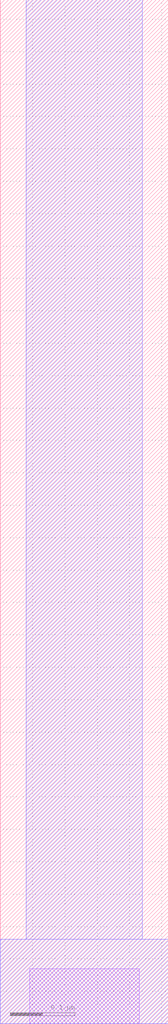
<source format=lef>
# Copyright 2020 The SkyWater PDK Authors
#
# Licensed under the Apache License, Version 2.0 (the "License");
# you may not use this file except in compliance with the License.
# You may obtain a copy of the License at
#
#     https://www.apache.org/licenses/LICENSE-2.0
#
# Unless required by applicable law or agreed to in writing, software
# distributed under the License is distributed on an "AS IS" BASIS,
# WITHOUT WARRANTIES OR CONDITIONS OF ANY KIND, either express or implied.
# See the License for the specific language governing permissions and
# limitations under the License.
#
# SPDX-License-Identifier: Apache-2.0

VERSION 5.7 ;
  NOWIREEXTENSIONATPIN ON ;
  DIVIDERCHAR "/" ;
  BUSBITCHARS "[]" ;
MACRO sky130_fd_bd_sram__sram_dp_rowend_strp
  CLASS BLOCK ;
  FOREIGN sky130_fd_bd_sram__sram_dp_rowend_strp ;
  ORIGIN  0.050000  0.000000 ;
  SIZE  0.260000 BY  1.580000 ;
  OBS
    LAYER li1 ;
      RECT -0.005000 0.000000 0.165000 0.085000 ;
    LAYER met1 ;
      RECT -0.050000 0.000000 0.210000 0.130000 ;
      RECT -0.010000 0.130000 0.170000 1.580000 ;
  END
END sky130_fd_bd_sram__sram_dp_rowend_strp
END LIBRARY

</source>
